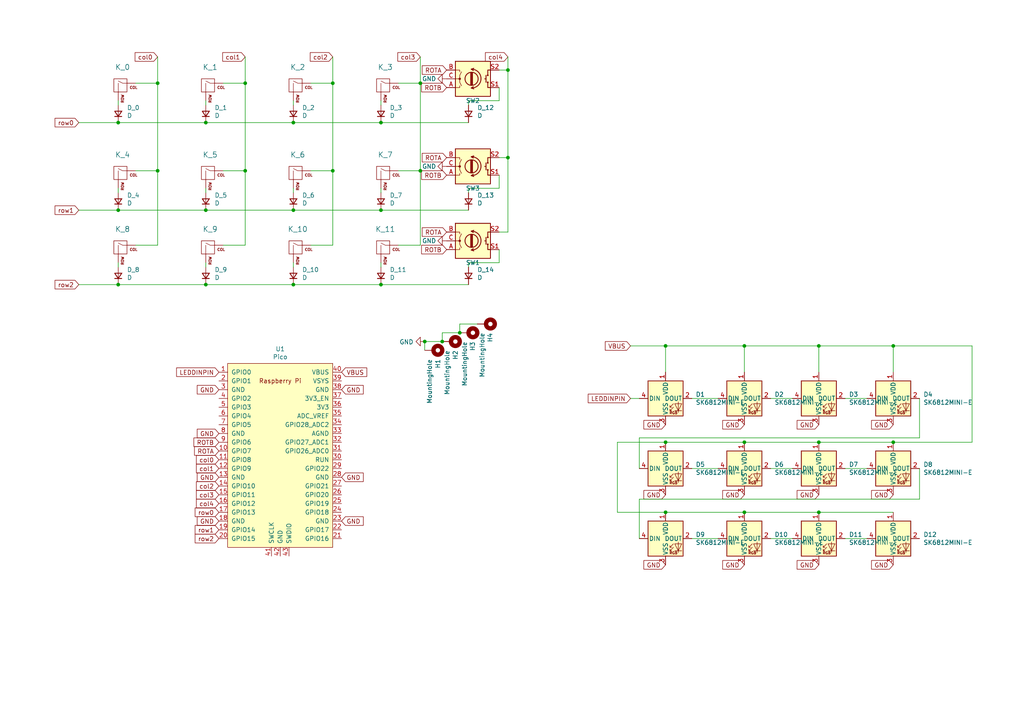
<source format=kicad_sch>
(kicad_sch (version 20211123) (generator eeschema)
  (paper "A4")
  (lib_symbols
    (symbol "Device:D_Small" (pin_numbers hide) (pin_names (offset 0.254) hide)
      (property "Reference" "D" (at -1.27 2.032 0))
      (property "Value" "D_Small" (at -3.81 -2.032 0))
      (symbol "D_Small_0_1"
        (polyline (pts (xy -0.762 -1.016) (xy -0.762 1.016)) (stroke (width 0.254)))
        (polyline (pts (xy -0.762 0) (xy 0.762 0)))
        (polyline (pts (xy 0.762 -1.016) (xy -0.762 0) (xy 0.762 1.016) (xy 0.762 -1.016)) (stroke (width 0.254)))
      )
      (symbol "D_Small_1_1"
        (pin passive line (at -2.54 0 0) (length 1.778) (name "K") (number "1"))
        (pin passive line (at 2.54 0 180) (length 1.778) (name "A") (number "2"))
      )
    )
    (symbol "EnvMCRO-rescue:Rotary_Encoder_Switch-Device" (pin_names (offset 0.254) hide)
      (property "Reference" "SW" (at 0 6.604 0))
      (property "Value" "Rotary_Encoder_Switch-Device" (at 0 -6.604 0))
      (symbol "Rotary_Encoder_Switch-Device_0_1"
        (rectangle (start -5.08 5.08) (end 5.08 -5.08) (stroke (width 0.254)) (fill (type background)))
        (circle (center -3.81 0) (radius 0.254) (fill (type outline)))
        (arc (start -0.381 -2.794) (mid 2.3622 -0.0508) (end -0.381 2.667) (stroke (width 0.254)))
        (circle (center -0.381 0) (radius 1.905) (stroke (width 0.254)))
        (polyline (pts (xy -0.635 -1.778) (xy -0.635 1.778)) (stroke (width 0.254)))
        (polyline (pts (xy -0.381 -1.778) (xy -0.381 1.778)) (stroke (width 0.254)))
        (polyline (pts (xy -0.127 1.778) (xy -0.127 -1.778)) (stroke (width 0.254)))
        (polyline (pts (xy 3.81 0) (xy 3.429 0)) (stroke (width 0.254)))
        (polyline (pts (xy 3.81 1.016) (xy 3.81 -1.016)) (stroke (width 0.254)))
        (polyline (pts (xy -5.08 -2.54) (xy -3.81 -2.54) (xy -3.81 -2.032)))
        (polyline (pts (xy -5.08 2.54) (xy -3.81 2.54) (xy -3.81 2.032)))
        (polyline (pts (xy 0.254 -3.048) (xy -0.508 -2.794) (xy 0.127 -2.413)) (stroke (width 0.254)))
        (polyline (pts (xy 0.254 2.921) (xy -0.508 2.667) (xy 0.127 2.286)) (stroke (width 0.254)))
        (polyline (pts (xy 5.08 -2.54) (xy 4.318 -2.54) (xy 4.318 -1.016)) (stroke (width 0.254)))
        (polyline (pts (xy 5.08 2.54) (xy 4.318 2.54) (xy 4.318 1.016)) (stroke (width 0.254)))
        (polyline (pts (xy -5.08 0) (xy -3.81 0) (xy -3.81 -1.016) (xy -3.302 -2.032)))
        (polyline (pts (xy -4.318 0) (xy -3.81 0) (xy -3.81 1.016) (xy -3.302 2.032)))
        (circle (center 4.318 -1.016) (radius 0.127) (stroke (width 0.254)))
        (circle (center 4.318 1.016) (radius 0.127) (stroke (width 0.254)))
      )
      (symbol "Rotary_Encoder_Switch-Device_1_1"
        (pin passive line (at -7.62 2.54 0) (length 2.54) (name "A") (number "A"))
        (pin passive line (at -7.62 -2.54 0) (length 2.54) (name "B") (number "B"))
        (pin passive line (at -7.62 0 0) (length 2.54) (name "C") (number "C"))
        (pin passive line (at 7.62 2.54 180) (length 2.54) (name "S1") (number "S1"))
        (pin passive line (at 7.62 -2.54 180) (length 2.54) (name "S2") (number "S2"))
      )
    )
    (symbol "MCU_RaspberryPi_and_Boards:Pico" (pin_names (offset 1.016))
      (property "Reference" "U" (at -13.97 27.94 0))
      (property "Value" "Pico" (at 0 19.05 0))
      (symbol "Pico_0_0"
        (text "Raspberry Pi" (at 0 21.59 0) (effects (font (size 1.27 1.27))))
      )
      (symbol "Pico_0_1"
        (rectangle (start -15.24 26.67) (end 15.24 -26.67) (fill (type background)))
      )
      (symbol "Pico_1_1"
        (pin bidirectional line (at -17.78 24.13 0) (length 2.54) (name "GPIO0") (number "1"))
        (pin bidirectional line (at -17.78 1.27 0) (length 2.54) (name "GPIO7") (number "10"))
        (pin bidirectional line (at -17.78 -1.27 0) (length 2.54) (name "GPIO8") (number "11"))
        (pin bidirectional line (at -17.78 -3.81 0) (length 2.54) (name "GPIO9") (number "12"))
        (pin power_in line (at -17.78 -6.35 0) (length 2.54) (name "GND") (number "13"))
        (pin bidirectional line (at -17.78 -8.89 0) (length 2.54) (name "GPIO10") (number "14"))
        (pin bidirectional line (at -17.78 -11.43 0) (length 2.54) (name "GPIO11") (number "15"))
        (pin bidirectional line (at -17.78 -13.97 0) (length 2.54) (name "GPIO12") (number "16"))
        (pin bidirectional line (at -17.78 -16.51 0) (length 2.54) (name "GPIO13") (number "17"))
        (pin power_in line (at -17.78 -19.05 0) (length 2.54) (name "GND") (number "18"))
        (pin bidirectional line (at -17.78 -21.59 0) (length 2.54) (name "GPIO14") (number "19"))
        (pin bidirectional line (at -17.78 21.59 0) (length 2.54) (name "GPIO1") (number "2"))
        (pin bidirectional line (at -17.78 -24.13 0) (length 2.54) (name "GPIO15") (number "20"))
        (pin bidirectional line (at 17.78 -24.13 180) (length 2.54) (name "GPIO16") (number "21"))
        (pin bidirectional line (at 17.78 -21.59 180) (length 2.54) (name "GPIO17") (number "22"))
        (pin power_in line (at 17.78 -19.05 180) (length 2.54) (name "GND") (number "23"))
        (pin bidirectional line (at 17.78 -16.51 180) (length 2.54) (name "GPIO18") (number "24"))
        (pin bidirectional line (at 17.78 -13.97 180) (length 2.54) (name "GPIO19") (number "25"))
        (pin bidirectional line (at 17.78 -11.43 180) (length 2.54) (name "GPIO20") (number "26"))
        (pin bidirectional line (at 17.78 -8.89 180) (length 2.54) (name "GPIO21") (number "27"))
        (pin power_in line (at 17.78 -6.35 180) (length 2.54) (name "GND") (number "28"))
        (pin bidirectional line (at 17.78 -3.81 180) (length 2.54) (name "GPIO22") (number "29"))
        (pin power_in line (at -17.78 19.05 0) (length 2.54) (name "GND") (number "3"))
        (pin input line (at 17.78 -1.27 180) (length 2.54) (name "RUN") (number "30"))
        (pin bidirectional line (at 17.78 1.27 180) (length 2.54) (name "GPIO26_ADC0") (number "31"))
        (pin bidirectional line (at 17.78 3.81 180) (length 2.54) (name "GPIO27_ADC1") (number "32"))
        (pin power_in line (at 17.78 6.35 180) (length 2.54) (name "AGND") (number "33"))
        (pin bidirectional line (at 17.78 8.89 180) (length 2.54) (name "GPIO28_ADC2") (number "34"))
        (pin unspecified line (at 17.78 11.43 180) (length 2.54) (name "ADC_VREF") (number "35"))
        (pin unspecified line (at 17.78 13.97 180) (length 2.54) (name "3V3") (number "36"))
        (pin input line (at 17.78 16.51 180) (length 2.54) (name "3V3_EN") (number "37"))
        (pin bidirectional line (at 17.78 19.05 180) (length 2.54) (name "GND") (number "38"))
        (pin unspecified line (at 17.78 21.59 180) (length 2.54) (name "VSYS") (number "39"))
        (pin bidirectional line (at -17.78 16.51 0) (length 2.54) (name "GPIO2") (number "4"))
        (pin unspecified line (at 17.78 24.13 180) (length 2.54) (name "VBUS") (number "40"))
        (pin input line (at -2.54 -29.21 90) (length 2.54) (name "SWCLK") (number "41"))
        (pin power_in line (at 0 -29.21 90) (length 2.54) (name "GND") (number "42"))
        (pin bidirectional line (at 2.54 -29.21 90) (length 2.54) (name "SWDIO") (number "43"))
        (pin bidirectional line (at -17.78 13.97 0) (length 2.54) (name "GPIO3") (number "5"))
        (pin bidirectional line (at -17.78 11.43 0) (length 2.54) (name "GPIO4") (number "6"))
        (pin bidirectional line (at -17.78 8.89 0) (length 2.54) (name "GPIO5") (number "7"))
        (pin power_in line (at -17.78 6.35 0) (length 2.54) (name "GND") (number "8"))
        (pin bidirectional line (at -17.78 3.81 0) (length 2.54) (name "GPIO6") (number "9"))
      )
    )
    (symbol "MX_Alps_Hybrid:MX-NoLED" (pin_names (offset 1.016))
      (property "Reference" "MX" (at -0.635 3.81 0))
      (property "Value" "MX-NoLED" (at -0.635 1.27 0))
      (symbol "MX-NoLED_0_0"
        (rectangle (start -2.54 2.54) (end 1.27 -1.27))
        (polyline (pts (xy -1.27 -1.27) (xy -1.27 1.27)) (stroke (width 0.127)))
        (polyline (pts (xy 1.27 1.27) (xy 0 1.27) (xy -1.27 1.905)) (stroke (width 0.127)))
        (text "COL" (at 3.175 0 0) (effects (font (size 0.762 0.762))))
        (text "ROW" (at 0 -1.905 900) (effects (font (size 0.762 0.762)) (justify right)))
      )
      (symbol "MX-NoLED_1_1"
        (pin passive line (at 3.81 1.27 180) (length 2.54) (name "COL") (number "1"))
        (pin passive line (at -1.27 -3.81 90) (length 2.54) (name "ROW") (number "2"))
      )
    )
    (symbol "Mechanical:MountingHole_Pad" (pin_numbers hide) (pin_names (offset 1.016) hide)
      (property "Reference" "H" (at 0 6.35 0))
      (property "Value" "MountingHole_Pad" (at 0 4.445 0))
      (symbol "MountingHole_Pad_0_1"
        (circle (center 0 1.27) (radius 1.27) (stroke (width 1.27)))
      )
      (symbol "MountingHole_Pad_1_1"
        (pin input line (at 0 -2.54 90) (length 2.54) (name "1") (number "1"))
      )
    )
    (symbol "kicad-keyboard-parts:SK6812MINI-E" (pin_names (offset 0.254))
      (property "Reference" "D" (at 5.08 5.715 0))
      (property "Value" "SK6812MINI-E" (at 1.27 -5.715 0))
      (symbol "SK6812MINI-E_0_0"
        (text "RGB" (at 2.286 -4.191 0) (effects (font (size 0.762 0.762))))
      )
      (symbol "SK6812MINI-E_0_1"
        (polyline (pts (xy 1.27 -3.556) (xy 1.778 -3.556)))
        (polyline (pts (xy 1.27 -2.54) (xy 1.778 -2.54)))
        (polyline (pts (xy 4.699 -3.556) (xy 2.667 -3.556)))
        (polyline (pts (xy 2.286 -2.54) (xy 1.27 -3.556) (xy 1.27 -3.048)))
        (polyline (pts (xy 2.286 -1.524) (xy 1.27 -2.54) (xy 1.27 -2.032)))
        (polyline (pts (xy 3.683 -1.016) (xy 3.683 -3.556) (xy 3.683 -4.064)))
        (polyline (pts (xy 4.699 -1.524) (xy 2.667 -1.524) (xy 3.683 -3.556) (xy 4.699 -1.524)))
        (rectangle (start 5.08 5.08) (end -5.08 -5.08) (stroke (width 0.254)) (fill (type background)))
      )
      (symbol "SK6812MINI-E_1_1"
        (pin power_in line (at 0 7.62 270) (length 2.54) (name "VDD") (number "1"))
        (pin output line (at 7.62 0 180) (length 2.54) (name "DOUT") (number "2"))
        (pin power_in line (at 0 -7.62 90) (length 2.54) (name "VSS") (number "3"))
        (pin input line (at -7.62 0 0) (length 2.54) (name "DIN") (number "4"))
      )
    )
    (symbol "power:GND" (power) (pin_names (offset 0))
      (property "Value" "GND" (at 0 -3.81 0))
      (symbol "GND_0_1"
        (polyline (pts (xy 0 0) (xy 0 -1.27) (xy 1.27 -1.27) (xy 0 -2.54) (xy -1.27 -1.27) (xy 0 -1.27)))
      )
      (symbol "GND_1_1"
        (pin power_in line (at 0 0 270) (length 0) hide (name "GND") (number "1"))
      )
    )
  )
  (junction (at 193.04 100.33))
  (junction (at 215.9 128.27))
  (junction (at 110.49 60.96))
  (junction (at 34.29 35.56))
  (junction (at 128.27 99.06))
  (junction (at 123.19 99.06))
  (junction (at 96.52 24.13))
  (junction (at 215.9 148.59))
  (junction (at 45.72 49.53))
  (junction (at 259.08 100.33))
  (junction (at 147.32 20.32))
  (junction (at 147.32 45.72))
  (junction (at 45.72 24.13))
  (junction (at 96.52 49.53))
  (junction (at 110.49 82.55))
  (junction (at 85.09 82.55))
  (junction (at 85.09 35.56))
  (junction (at 121.92 49.53))
  (junction (at 59.69 82.55))
  (junction (at 110.49 35.56))
  (junction (at 34.29 82.55))
  (junction (at 259.08 128.27))
  (junction (at 71.12 49.53))
  (junction (at 71.12 24.13))
  (junction (at 133.35 96.52))
  (junction (at 193.04 128.27))
  (junction (at 237.49 100.33))
  (junction (at 34.29 60.96))
  (junction (at 121.92 24.13))
  (junction (at 85.09 60.96))
  (junction (at 237.49 148.59))
  (junction (at 59.69 60.96))
  (junction (at 59.69 35.56))
  (junction (at 237.49 128.27))
  (junction (at 193.04 148.59))
  (junction (at 215.9 100.33))
  (wire (pts (xy 59.69 76.2) (xy 59.69 77.47)))
  (wire (pts (xy 121.92 71.12) (xy 121.92 49.53)))
  (wire (pts (xy 110.49 82.55) (xy 135.89 82.55)))
  (wire (pts (xy 128.27 99.06) (xy 128.27 96.52)))
  (wire (pts (xy 266.7 115.57) (xy 266.7 127)))
  (wire (pts (xy 34.29 29.21) (xy 34.29 30.48)))
  (wire (pts (xy 64.77 71.12) (xy 71.12 71.12)))
  (wire (pts (xy 110.49 29.21) (xy 110.49 30.48)))
  (wire (pts (xy 147.32 16.51) (xy 147.32 20.32)))
  (wire (pts (xy 237.49 100.33) (xy 259.08 100.33)))
  (wire (pts (xy 135.89 55.88) (xy 135.89 54.61)))
  (wire (pts (xy 85.09 35.56) (xy 110.49 35.56)))
  (wire (pts (xy 64.77 24.13) (xy 71.12 24.13)))
  (wire (pts (xy 200.66 135.89) (xy 208.28 135.89)))
  (wire (pts (xy 45.72 49.53) (xy 45.72 71.12)))
  (wire (pts (xy 245.11 115.57) (xy 251.46 115.57)))
  (wire (pts (xy 71.12 16.51) (xy 71.12 24.13)))
  (wire (pts (xy 90.17 49.53) (xy 96.52 49.53)))
  (wire (pts (xy 193.04 148.59) (xy 215.9 148.59)))
  (wire (pts (xy 123.19 101.6) (xy 123.19 99.06)))
  (wire (pts (xy 135.89 29.21) (xy 144.78 29.21)))
  (wire (pts (xy 59.69 35.56) (xy 85.09 35.56)))
  (wire (pts (xy 245.11 135.89) (xy 251.46 135.89)))
  (wire (pts (xy 237.49 148.59) (xy 259.08 148.59)))
  (wire (pts (xy 85.09 54.61) (xy 85.09 55.88)))
  (wire (pts (xy 85.09 29.21) (xy 85.09 30.48)))
  (wire (pts (xy 59.69 82.55) (xy 85.09 82.55)))
  (wire (pts (xy 215.9 100.33) (xy 237.49 100.33)))
  (wire (pts (xy 110.49 35.56) (xy 135.89 35.56)))
  (wire (pts (xy 266.7 127) (xy 185.42 127)))
  (wire (pts (xy 59.69 29.21) (xy 59.69 30.48)))
  (wire (pts (xy 39.37 24.13) (xy 45.72 24.13)))
  (wire (pts (xy 193.04 100.33) (xy 193.04 107.95)))
  (wire (pts (xy 281.94 100.33) (xy 281.94 128.27)))
  (wire (pts (xy 259.08 128.27) (xy 281.94 128.27)))
  (wire (pts (xy 96.52 16.51) (xy 96.52 24.13)))
  (wire (pts (xy 121.92 16.51) (xy 121.92 24.13)))
  (wire (pts (xy 59.69 60.96) (xy 85.09 60.96)))
  (wire (pts (xy 34.29 60.96) (xy 59.69 60.96)))
  (wire (pts (xy 128.27 96.52) (xy 133.35 96.52)))
  (wire (pts (xy 193.04 128.27) (xy 215.9 128.27)))
  (wire (pts (xy 182.88 100.33) (xy 193.04 100.33)))
  (wire (pts (xy 215.9 128.27) (xy 237.49 128.27)))
  (wire (pts (xy 96.52 24.13) (xy 96.52 49.53)))
  (wire (pts (xy 215.9 100.33) (xy 215.9 107.95)))
  (wire (pts (xy 245.11 156.21) (xy 251.46 156.21)))
  (wire (pts (xy 110.49 76.2) (xy 110.49 77.47)))
  (wire (pts (xy 147.32 20.32) (xy 147.32 45.72)))
  (wire (pts (xy 85.09 60.96) (xy 110.49 60.96)))
  (wire (pts (xy 110.49 60.96) (xy 135.89 60.96)))
  (wire (pts (xy 39.37 49.53) (xy 45.72 49.53)))
  (wire (pts (xy 144.78 67.31) (xy 147.32 67.31)))
  (wire (pts (xy 34.29 82.55) (xy 59.69 82.55)))
  (wire (pts (xy 179.07 128.27) (xy 179.07 148.59)))
  (wire (pts (xy 215.9 148.59) (xy 237.49 148.59)))
  (wire (pts (xy 185.42 144.78) (xy 185.42 156.21)))
  (wire (pts (xy 22.86 60.96) (xy 34.29 60.96)))
  (wire (pts (xy 259.08 100.33) (xy 259.08 107.95)))
  (wire (pts (xy 266.7 144.78) (xy 185.42 144.78)))
  (wire (pts (xy 259.08 100.33) (xy 281.94 100.33)))
  (wire (pts (xy 39.37 71.12) (xy 45.72 71.12)))
  (wire (pts (xy 115.57 24.13) (xy 121.92 24.13)))
  (wire (pts (xy 90.17 71.12) (xy 96.52 71.12)))
  (wire (pts (xy 200.66 156.21) (xy 208.28 156.21)))
  (wire (pts (xy 115.57 71.12) (xy 121.92 71.12)))
  (wire (pts (xy 147.32 45.72) (xy 147.32 67.31)))
  (wire (pts (xy 135.89 76.2) (xy 144.78 76.2)))
  (wire (pts (xy 85.09 82.55) (xy 110.49 82.55)))
  (wire (pts (xy 179.07 128.27) (xy 193.04 128.27)))
  (wire (pts (xy 144.78 54.61) (xy 144.78 50.8)))
  (wire (pts (xy 182.88 115.57) (xy 185.42 115.57)))
  (wire (pts (xy 266.7 135.89) (xy 266.7 144.78)))
  (wire (pts (xy 45.72 24.13) (xy 45.72 49.53)))
  (wire (pts (xy 237.49 128.27) (xy 259.08 128.27)))
  (wire (pts (xy 115.57 49.53) (xy 121.92 49.53)))
  (wire (pts (xy 200.66 115.57) (xy 208.28 115.57)))
  (wire (pts (xy 223.52 135.89) (xy 229.87 135.89)))
  (wire (pts (xy 59.69 54.61) (xy 59.69 55.88)))
  (wire (pts (xy 34.29 35.56) (xy 59.69 35.56)))
  (wire (pts (xy 45.72 16.51) (xy 45.72 24.13)))
  (wire (pts (xy 179.07 148.59) (xy 193.04 148.59)))
  (wire (pts (xy 193.04 100.33) (xy 215.9 100.33)))
  (wire (pts (xy 22.86 82.55) (xy 34.29 82.55)))
  (wire (pts (xy 22.86 35.56) (xy 34.29 35.56)))
  (wire (pts (xy 144.78 45.72) (xy 147.32 45.72)))
  (wire (pts (xy 135.89 77.47) (xy 135.89 76.2)))
  (wire (pts (xy 237.49 100.33) (xy 237.49 107.95)))
  (wire (pts (xy 64.77 49.53) (xy 71.12 49.53)))
  (wire (pts (xy 144.78 29.21) (xy 144.78 25.4)))
  (wire (pts (xy 85.09 76.2) (xy 85.09 77.47)))
  (wire (pts (xy 71.12 71.12) (xy 71.12 49.53)))
  (wire (pts (xy 133.35 93.98) (xy 138.43 93.98)))
  (wire (pts (xy 144.78 20.32) (xy 147.32 20.32)))
  (wire (pts (xy 144.78 76.2) (xy 144.78 72.39)))
  (wire (pts (xy 135.89 30.48) (xy 135.89 29.21)))
  (wire (pts (xy 123.19 99.06) (xy 128.27 99.06)))
  (wire (pts (xy 121.92 24.13) (xy 121.92 49.53)))
  (wire (pts (xy 90.17 24.13) (xy 96.52 24.13)))
  (wire (pts (xy 133.35 96.52) (xy 133.35 93.98)))
  (wire (pts (xy 223.52 115.57) (xy 229.87 115.57)))
  (wire (pts (xy 71.12 24.13) (xy 71.12 49.53)))
  (wire (pts (xy 34.29 76.2) (xy 34.29 77.47)))
  (wire (pts (xy 185.42 127) (xy 185.42 135.89)))
  (wire (pts (xy 96.52 71.12) (xy 96.52 49.53)))
  (wire (pts (xy 223.52 156.21) (xy 229.87 156.21)))
  (wire (pts (xy 135.89 54.61) (xy 144.78 54.61)))
  (wire (pts (xy 110.49 54.61) (xy 110.49 55.88)))
  (wire (pts (xy 34.29 54.61) (xy 34.29 55.88)))
  (global_label "GND" (shape input) (at 63.5 113.03 180) (property "Intersheet References" "${INTERSHEET_REFS}" (effects hide)))
  (global_label "ROTA" (shape input) (at 129.54 45.72 180) (property "Intersheet References" "${INTERSHEET_REFS}" (effects hide)))
  (global_label "col3" (shape input) (at 63.5 143.51 180) (property "Intersheet References" "${INTERSHEET_REFS}" (effects hide)))
  (global_label "VBUS" (shape input) (at 182.88 100.33 180) (property "Intersheet References" "${INTERSHEET_REFS}" (effects hide)))
  (global_label "GND" (shape input) (at 215.9 143.51 180) (property "Intersheet References" "${INTERSHEET_REFS}" (effects hide)))
  (global_label "ROTB" (shape input) (at 129.54 25.4 180) (property "Intersheet References" "${INTERSHEET_REFS}" (effects hide)))
  (global_label "col1" (shape input) (at 63.5 135.89 180) (property "Intersheet References" "${INTERSHEET_REFS}" (effects hide)))
  (global_label "col2" (shape input) (at 63.5 140.97 180) (property "Intersheet References" "${INTERSHEET_REFS}" (effects hide)))
  (global_label "row0" (shape input) (at 63.5 148.59 180) (property "Intersheet References" "${INTERSHEET_REFS}" (effects hide)))
  (global_label "row1" (shape input) (at 63.5 153.67 180) (property "Intersheet References" "${INTERSHEET_REFS}" (effects hide)))
  (global_label "col0" (shape input) (at 45.72 16.51 180) (property "Intersheet References" "${INTERSHEET_REFS}" (effects hide)))
  (global_label "GND" (shape input) (at 99.06 113.03 0) (property "Intersheet References" "${INTERSHEET_REFS}" (effects hide)))
  (global_label "ROTB" (shape input) (at 129.54 50.8 180) (property "Intersheet References" "${INTERSHEET_REFS}" (effects hide)))
  (global_label "ROTB" (shape input) (at 129.54 72.39 180) (property "Intersheet References" "${INTERSHEET_REFS}" (effects hide)))
  (global_label "col3" (shape input) (at 121.92 16.51 180) (property "Intersheet References" "${INTERSHEET_REFS}" (effects hide)))
  (global_label "LEDDINPIN" (shape input) (at 182.88 115.57 180) (property "Intersheet References" "${INTERSHEET_REFS}" (effects hide)))
  (global_label "GND" (shape input) (at 215.9 163.83 180) (property "Intersheet References" "${INTERSHEET_REFS}" (effects hide)))
  (global_label "ROTA" (shape input) (at 129.54 67.31 180) (property "Intersheet References" "${INTERSHEET_REFS}" (effects hide)))
  (global_label "GND" (shape input) (at 259.08 143.51 180) (property "Intersheet References" "${INTERSHEET_REFS}" (effects hide)))
  (global_label "row0" (shape input) (at 22.86 35.56 180) (property "Intersheet References" "${INTERSHEET_REFS}" (effects hide)))
  (global_label "GND" (shape input) (at 63.5 125.73 180) (property "Intersheet References" "${INTERSHEET_REFS}" (effects hide)))
  (global_label "col4" (shape input) (at 63.5 146.05 180) (property "Intersheet References" "${INTERSHEET_REFS}" (effects hide)))
  (global_label "GND" (shape input) (at 215.9 123.19 180) (property "Intersheet References" "${INTERSHEET_REFS}" (effects hide)))
  (global_label "row2" (shape input) (at 22.86 82.55 180) (property "Intersheet References" "${INTERSHEET_REFS}" (effects hide)))
  (global_label "row1" (shape input) (at 22.86 60.96 180) (property "Intersheet References" "${INTERSHEET_REFS}" (effects hide)))
  (global_label "LEDDINPIN" (shape input) (at 63.5 107.95 180) (property "Intersheet References" "${INTERSHEET_REFS}" (effects hide)))
  (global_label "GND" (shape input) (at 259.08 123.19 180) (property "Intersheet References" "${INTERSHEET_REFS}" (effects hide)))
  (global_label "ROTA" (shape input) (at 63.5 130.81 180) (property "Intersheet References" "${INTERSHEET_REFS}" (effects hide)))
  (global_label "GND" (shape input) (at 237.49 163.83 180) (property "Intersheet References" "${INTERSHEET_REFS}" (effects hide)))
  (global_label "GND" (shape input) (at 237.49 143.51 180) (property "Intersheet References" "${INTERSHEET_REFS}" (effects hide)))
  (global_label "col1" (shape input) (at 71.12 16.51 180) (property "Intersheet References" "${INTERSHEET_REFS}" (effects hide)))
  (global_label "row2" (shape input) (at 63.5 156.21 180) (property "Intersheet References" "${INTERSHEET_REFS}" (effects hide)))
  (global_label "GND" (shape input) (at 237.49 123.19 180) (property "Intersheet References" "${INTERSHEET_REFS}" (effects hide)))
  (global_label "GND" (shape input) (at 99.06 138.43 0) (property "Intersheet References" "${INTERSHEET_REFS}" (effects hide)))
  (global_label "GND" (shape input) (at 63.5 151.13 180) (property "Intersheet References" "${INTERSHEET_REFS}" (effects hide)))
  (global_label "GND" (shape input) (at 99.06 151.13 0) (property "Intersheet References" "${INTERSHEET_REFS}" (effects hide)))
  (global_label "col2" (shape input) (at 96.52 16.51 180) (property "Intersheet References" "${INTERSHEET_REFS}" (effects hide)))
  (global_label "GND" (shape input) (at 193.04 123.19 180) (property "Intersheet References" "${INTERSHEET_REFS}" (effects hide)))
  (global_label "ROTA" (shape input) (at 129.54 20.32 180) (property "Intersheet References" "${INTERSHEET_REFS}" (effects hide)))
  (global_label "col4" (shape input) (at 147.32 16.51 180) (property "Intersheet References" "${INTERSHEET_REFS}" (effects hide)))
  (global_label "GND" (shape input) (at 193.04 163.83 180) (property "Intersheet References" "${INTERSHEET_REFS}" (effects hide)))
  (global_label "VBUS" (shape input) (at 99.06 107.95 0) (property "Intersheet References" "${INTERSHEET_REFS}" (effects hide)))
  (global_label "ROTB" (shape input) (at 63.5 128.27 180) (property "Intersheet References" "${INTERSHEET_REFS}" (effects hide)))
  (global_label "GND" (shape input) (at 259.08 163.83 180) (property "Intersheet References" "${INTERSHEET_REFS}" (effects hide)))
  (global_label "GND" (shape input) (at 63.5 138.43 180) (property "Intersheet References" "${INTERSHEET_REFS}" (effects hide)))
  (global_label "col0" (shape input) (at 63.5 133.35 180) (property "Intersheet References" "${INTERSHEET_REFS}" (effects hide)))
  (global_label "GND" (shape input) (at 193.04 143.51 180) (property "Intersheet References" "${INTERSHEET_REFS}" (effects hide)))
  (symbol (lib_id "MX_Alps_Hybrid:MX-NoLED") (at 35.56 25.4 0) (unit 1)
    (property "Reference" "K_0" (at 35.56 19.4818 0) (effects (font (size 1.524 1.524))))
    (property "Value" "KEYSW" (effects hide))
    (property "Footprint" "mx_ulp:Cherry_MX_ULP" (effects hide))
  )
  (symbol (lib_id "Device:D_Small") (at 59.69 33.02 90) (unit 1)
    (property "Reference" "D_1" (at 62.23 31.242 90) (effects (justify right)))
    (property "Value" "D" (at 62.23 33.528 90) (effects (justify right)))
    (property "Footprint" "Diode_THT:D_DO-35_SOD27_P7.62mm_Horizontal" (effects hide))
  )
  (symbol (lib_id "MX_Alps_Hybrid:MX-NoLED") (at 60.96 25.4 0) (unit 1)
    (property "Reference" "K_1" (at 60.96 19.4818 0) (effects (font (size 1.524 1.524))))
    (property "Value" "KEYSW" (effects hide))
    (property "Footprint" "mx_ulp:Cherry_MX_ULP" (effects hide))
  )
  (symbol (lib_id "Device:D_Small") (at 85.09 33.02 90) (unit 1)
    (property "Reference" "D_2" (at 87.63 31.242 90) (effects (justify right)))
    (property "Value" "D" (at 87.63 33.528 90) (effects (justify right)))
    (property "Footprint" "Diode_THT:D_DO-35_SOD27_P7.62mm_Horizontal" (effects hide))
  )
  (symbol (lib_id "MX_Alps_Hybrid:MX-NoLED") (at 86.36 25.4 0) (unit 1)
    (property "Reference" "K_2" (at 86.36 19.4818 0) (effects (font (size 1.524 1.524))))
    (property "Value" "KEYSW" (effects hide))
    (property "Footprint" "mx_ulp:Cherry_MX_ULP" (effects hide))
  )
  (symbol (lib_id "Device:D_Small") (at 110.49 33.02 90) (unit 1)
    (property "Reference" "D_3" (at 113.03 31.242 90) (effects (justify right)))
    (property "Value" "D" (at 113.03 33.528 90) (effects (justify right)))
    (property "Footprint" "Diode_THT:D_DO-35_SOD27_P7.62mm_Horizontal" (effects hide))
  )
  (symbol (lib_id "MX_Alps_Hybrid:MX-NoLED") (at 111.76 25.4 0) (unit 1)
    (property "Reference" "K_3" (at 111.76 19.4818 0) (effects (font (size 1.524 1.524))))
    (property "Value" "KEYSW" (effects hide))
    (property "Footprint" "mx_ulp:Cherry_MX_ULP" (effects hide))
  )
  (symbol (lib_id "Device:D_Small") (at 34.29 58.42 90) (unit 1)
    (property "Reference" "D_4" (at 36.83 56.642 90) (effects (justify right)))
    (property "Value" "D" (at 36.83 58.928 90) (effects (justify right)))
    (property "Footprint" "Diode_THT:D_DO-35_SOD27_P7.62mm_Horizontal" (effects hide))
  )
  (symbol (lib_id "MX_Alps_Hybrid:MX-NoLED") (at 35.56 50.8 0) (unit 1)
    (property "Reference" "K_4" (at 35.56 44.8818 0) (effects (font (size 1.524 1.524))))
    (property "Value" "KEYSW" (effects hide))
    (property "Footprint" "mx_ulp:Cherry_MX_ULP" (effects hide))
  )
  (symbol (lib_id "Device:D_Small") (at 59.69 58.42 90) (unit 1)
    (property "Reference" "D_5" (at 62.23 56.642 90) (effects (justify right)))
    (property "Value" "D" (at 62.23 58.928 90) (effects (justify right)))
    (property "Footprint" "Diode_THT:D_DO-35_SOD27_P7.62mm_Horizontal" (effects hide))
  )
  (symbol (lib_id "MX_Alps_Hybrid:MX-NoLED") (at 60.96 50.8 0) (unit 1)
    (property "Reference" "K_5" (at 60.96 44.8818 0) (effects (font (size 1.524 1.524))))
    (property "Value" "KEYSW" (effects hide))
    (property "Footprint" "mx_ulp:Cherry_MX_ULP" (effects hide))
  )
  (symbol (lib_id "Device:D_Small") (at 85.09 58.42 90) (unit 1)
    (property "Reference" "D_6" (at 87.63 56.642 90) (effects (justify right)))
    (property "Value" "D" (at 87.63 58.928 90) (effects (justify right)))
    (property "Footprint" "Diode_THT:D_DO-35_SOD27_P7.62mm_Horizontal" (effects hide))
  )
  (symbol (lib_id "MX_Alps_Hybrid:MX-NoLED") (at 86.36 50.8 0) (unit 1)
    (property "Reference" "K_6" (at 86.36 44.8818 0) (effects (font (size 1.524 1.524))))
    (property "Value" "KEYSW" (effects hide))
    (property "Footprint" "mx_ulp:Cherry_MX_ULP" (effects hide))
  )
  (symbol (lib_id "Device:D_Small") (at 110.49 58.42 90) (unit 1)
    (property "Reference" "D_7" (at 113.03 56.642 90) (effects (justify right)))
    (property "Value" "D" (at 113.03 58.928 90) (effects (justify right)))
    (property "Footprint" "Diode_THT:D_DO-35_SOD27_P7.62mm_Horizontal" (effects hide))
  )
  (symbol (lib_id "MX_Alps_Hybrid:MX-NoLED") (at 111.76 50.8 0) (unit 1)
    (property "Reference" "K_7" (at 111.76 44.8818 0) (effects (font (size 1.524 1.524))))
    (property "Value" "KEYSW" (effects hide))
    (property "Footprint" "mx_ulp:Cherry_MX_ULP" (effects hide))
  )
  (symbol (lib_id "Device:D_Small") (at 34.29 80.01 90) (unit 1)
    (property "Reference" "D_8" (at 36.83 78.232 90) (effects (justify right)))
    (property "Value" "D" (at 36.83 80.518 90) (effects (justify right)))
    (property "Footprint" "Diode_THT:D_DO-35_SOD27_P7.62mm_Horizontal" (effects hide))
  )
  (symbol (lib_id "MX_Alps_Hybrid:MX-NoLED") (at 35.56 72.39 0) (unit 1)
    (property "Reference" "K_8" (at 35.56 66.4718 0) (effects (font (size 1.524 1.524))))
    (property "Value" "KEYSW" (effects hide))
    (property "Footprint" "mx_ulp:Cherry_MX_ULP" (effects hide))
  )
  (symbol (lib_id "Device:D_Small") (at 59.69 80.01 90) (unit 1)
    (property "Reference" "D_9" (at 62.23 78.232 90) (effects (justify right)))
    (property "Value" "D" (at 62.23 80.518 90) (effects (justify right)))
    (property "Footprint" "Diode_THT:D_DO-35_SOD27_P7.62mm_Horizontal" (effects hide))
  )
  (symbol (lib_id "MX_Alps_Hybrid:MX-NoLED") (at 60.96 72.39 0) (unit 1)
    (property "Reference" "K_9" (at 60.96 66.4718 0) (effects (font (size 1.524 1.524))))
    (property "Value" "KEYSW" (effects hide))
    (property "Footprint" "mx_ulp:Cherry_MX_ULP" (effects hide))
  )
  (symbol (lib_id "Device:D_Small") (at 85.09 80.01 90) (unit 1)
    (property "Reference" "D_10" (at 87.63 78.232 90) (effects (justify right)))
    (property "Value" "D" (at 87.63 80.518 90) (effects (justify right)))
    (property "Footprint" "Diode_THT:D_DO-35_SOD27_P7.62mm_Horizontal" (effects hide))
  )
  (symbol (lib_id "MX_Alps_Hybrid:MX-NoLED") (at 86.36 72.39 0) (unit 1)
    (property "Reference" "K_10" (at 86.36 66.4718 0) (effects (font (size 1.524 1.524))))
    (property "Value" "KEYSW" (effects hide))
    (property "Footprint" "mx_ulp:Cherry_MX_ULP" (effects hide))
  )
  (symbol (lib_id "Device:D_Small") (at 110.49 80.01 90) (unit 1)
    (property "Reference" "D_11" (at 113.03 78.232 90) (effects (justify right)))
    (property "Value" "D" (at 113.03 80.518 90) (effects (justify right)))
    (property "Footprint" "Diode_THT:D_DO-35_SOD27_P7.62mm_Horizontal" (effects hide))
  )
  (symbol (lib_id "MX_Alps_Hybrid:MX-NoLED") (at 111.76 72.39 0) (unit 1)
    (property "Reference" "K_11" (at 111.76 66.4718 0) (effects (font (size 1.524 1.524))))
    (property "Value" "KEYSW" (effects hide))
    (property "Footprint" "mx_ulp:Cherry_MX_ULP" (effects hide))
  )
  (symbol (lib_id "MCU_RaspberryPi_and_Boards:Pico") (at 81.28 132.08 0) (unit 1)
    (property "Reference" "U1" (at 81.28 101.219 0))
    (property "Value" "Pico" (at 81.28 103.5304 0))
    (property "Footprint" "MCU_RaspberryPi_and_Boards:RPi_Pico_SMD_TH" (effects hide))
  )
  (symbol (lib_id "Mechanical:MountingHole_Pad") (at 125.73 101.6 270) (unit 1)
    (property "Reference" "H1" (at 127 104.14 0) (effects (justify left)))
    (property "Value" "MountingHole" (at 124.587 104.14 0) (effects (justify left)))
    (property "Footprint" "MountingHole:MountingHole_2.2mm_M2_Pad" (effects hide))
  )
  (symbol (lib_id "Mechanical:MountingHole_Pad") (at 130.81 99.06 270) (unit 1)
    (property "Reference" "H2" (at 132.08 101.6 0) (effects (justify left)))
    (property "Value" "MountingHole" (at 129.667 101.6 0) (effects (justify left)))
    (property "Footprint" "MountingHole:MountingHole_2.2mm_M2_Pad" (effects hide))
  )
  (symbol (lib_id "Mechanical:MountingHole_Pad") (at 135.89 96.52 270) (unit 1)
    (property "Reference" "H3" (at 137.0584 99.06 0) (effects (justify left)))
    (property "Value" "MountingHole" (at 134.747 99.06 0) (effects (justify left)))
    (property "Footprint" "MountingHole:MountingHole_2.2mm_M2_Pad" (effects hide))
  )
  (symbol (lib_id "Mechanical:MountingHole_Pad") (at 140.97 93.98 270) (unit 1)
    (property "Reference" "H4" (at 142.1384 96.52 0) (effects (justify left)))
    (property "Value" "MountingHole" (at 139.827 96.52 0) (effects (justify left)))
    (property "Footprint" "MountingHole:MountingHole_2.2mm_M2_Pad" (effects hide))
  )
  (symbol (lib_id "kicad-keyboard-parts:SK6812MINI-E") (at 193.04 115.57 0) (unit 1)
    (property "Reference" "D1" (at 201.7776 114.4016 0) (effects (justify left)))
    (property "Value" "SK6812MINI-E" (at 201.7776 116.713 0) (effects (justify left)))
    (property "Footprint" "sk6812mini:MX_SK6812MINI-E_REV" (effects hide))
    (property "Datasheet" "https://cdn-shop.adafruit.com/product-files/2686/SK6812MINI_REV.01-1-2.pdf" (effects hide))
  )
  (symbol (lib_id "kicad-keyboard-parts:SK6812MINI-E") (at 215.9 115.57 0) (unit 1)
    (property "Reference" "D2" (at 224.6376 114.4016 0) (effects (justify left)))
    (property "Value" "SK6812MINI-E" (at 224.6376 116.713 0) (effects (justify left)))
    (property "Footprint" "sk6812mini:MX_SK6812MINI-E_REV" (effects hide))
    (property "Datasheet" "https://cdn-shop.adafruit.com/product-files/2686/SK6812MINI_REV.01-1-2.pdf" (effects hide))
  )
  (symbol (lib_id "kicad-keyboard-parts:SK6812MINI-E") (at 237.49 115.57 0) (unit 1)
    (property "Reference" "D3" (at 246.2276 114.4016 0) (effects (justify left)))
    (property "Value" "SK6812MINI-E" (at 246.2276 116.713 0) (effects (justify left)))
    (property "Footprint" "sk6812mini:MX_SK6812MINI-E_REV" (effects hide))
    (property "Datasheet" "https://cdn-shop.adafruit.com/product-files/2686/SK6812MINI_REV.01-1-2.pdf" (effects hide))
  )
  (symbol (lib_id "kicad-keyboard-parts:SK6812MINI-E") (at 259.08 115.57 0) (unit 1)
    (property "Reference" "D4" (at 267.8176 114.4016 0) (effects (justify left)))
    (property "Value" "SK6812MINI-E" (at 267.8176 116.713 0) (effects (justify left)))
    (property "Footprint" "sk6812mini:MX_SK6812MINI-E_REV" (effects hide))
    (property "Datasheet" "https://cdn-shop.adafruit.com/product-files/2686/SK6812MINI_REV.01-1-2.pdf" (effects hide))
  )
  (symbol (lib_id "kicad-keyboard-parts:SK6812MINI-E") (at 193.04 135.89 0) (unit 1)
    (property "Reference" "D5" (at 201.7776 134.7216 0) (effects (justify left)))
    (property "Value" "SK6812MINI-E" (at 201.7776 137.033 0) (effects (justify left)))
    (property "Footprint" "sk6812mini:MX_SK6812MINI-E_REV" (effects hide))
    (property "Datasheet" "https://cdn-shop.adafruit.com/product-files/2686/SK6812MINI_REV.01-1-2.pdf" (effects hide))
  )
  (symbol (lib_id "kicad-keyboard-parts:SK6812MINI-E") (at 215.9 135.89 0) (unit 1)
    (property "Reference" "D6" (at 224.6376 134.7216 0) (effects (justify left)))
    (property "Value" "SK6812MINI-E" (at 224.6376 137.033 0) (effects (justify left)))
    (property "Footprint" "sk6812mini:MX_SK6812MINI-E_REV" (effects hide))
    (property "Datasheet" "https://cdn-shop.adafruit.com/product-files/2686/SK6812MINI_REV.01-1-2.pdf" (effects hide))
  )
  (symbol (lib_id "kicad-keyboard-parts:SK6812MINI-E") (at 237.49 135.89 0) (unit 1)
    (property "Reference" "D7" (at 246.2276 134.7216 0) (effects (justify left)))
    (property "Value" "SK6812MINI-E" (at 246.2276 137.033 0) (effects (justify left)))
    (property "Footprint" "sk6812mini:MX_SK6812MINI-E_REV" (effects hide))
    (property "Datasheet" "https://cdn-shop.adafruit.com/product-files/2686/SK6812MINI_REV.01-1-2.pdf" (effects hide))
  )
  (symbol (lib_id "kicad-keyboard-parts:SK6812MINI-E") (at 259.08 135.89 0) (unit 1)
    (property "Reference" "D8" (at 267.8176 134.7216 0) (effects (justify left)))
    (property "Value" "SK6812MINI-E" (at 267.8176 137.033 0) (effects (justify left)))
    (property "Footprint" "sk6812mini:MX_SK6812MINI-E_REV" (effects hide))
    (property "Datasheet" "https://cdn-shop.adafruit.com/product-files/2686/SK6812MINI_REV.01-1-2.pdf" (effects hide))
  )
  (symbol (lib_id "kicad-keyboard-parts:SK6812MINI-E") (at 193.04 156.21 0) (unit 1)
    (property "Reference" "D9" (at 201.7776 155.0416 0) (effects (justify left)))
    (property "Value" "SK6812MINI-E" (at 201.7776 157.353 0) (effects (justify left)))
    (property "Footprint" "sk6812mini:MX_SK6812MINI-E_REV" (effects hide))
    (property "Datasheet" "https://cdn-shop.adafruit.com/product-files/2686/SK6812MINI_REV.01-1-2.pdf" (effects hide))
  )
  (symbol (lib_id "kicad-keyboard-parts:SK6812MINI-E") (at 215.9 156.21 0) (unit 1)
    (property "Reference" "D10" (at 224.6376 155.0416 0) (effects (justify left)))
    (property "Value" "SK6812MINI-E" (at 224.6376 157.353 0) (effects (justify left)))
    (property "Footprint" "sk6812mini:MX_SK6812MINI-E_REV" (effects hide))
    (property "Datasheet" "https://cdn-shop.adafruit.com/product-files/2686/SK6812MINI_REV.01-1-2.pdf" (effects hide))
  )
  (symbol (lib_id "kicad-keyboard-parts:SK6812MINI-E") (at 237.49 156.21 0) (unit 1)
    (property "Reference" "D11" (at 246.2276 155.0416 0) (effects (justify left)))
    (property "Value" "SK6812MINI-E" (at 246.2276 157.353 0) (effects (justify left)))
    (property "Footprint" "sk6812mini:MX_SK6812MINI-E_REV" (effects hide))
    (property "Datasheet" "https://cdn-shop.adafruit.com/product-files/2686/SK6812MINI_REV.01-1-2.pdf" (effects hide))
  )
  (symbol (lib_id "kicad-keyboard-parts:SK6812MINI-E") (at 259.08 156.21 0) (unit 1)
    (property "Reference" "D12" (at 267.8176 155.0416 0) (effects (justify left)))
    (property "Value" "SK6812MINI-E" (at 267.8176 157.353 0) (effects (justify left)))
    (property "Footprint" "sk6812mini:MX_SK6812MINI-E_REV" (effects hide))
    (property "Datasheet" "https://cdn-shop.adafruit.com/product-files/2686/SK6812MINI_REV.01-1-2.pdf" (effects hide))
  )
  (symbol (lib_id "Device:D_Small") (at 135.89 80.01 90) (unit 1)
    (property "Reference" "D_14" (at 138.43 78.232 90) (effects (justify right)))
    (property "Value" "D" (at 138.43 80.518 90) (effects (justify right)))
    (property "Footprint" "Diode_THT:D_DO-35_SOD27_P7.62mm_Horizontal" (effects hide))
  )
  (symbol (lib_id "Device:D_Small") (at 135.89 58.42 90) (unit 1)
    (property "Reference" "D_13" (at 138.43 56.642 90) (effects (justify right)))
    (property "Value" "D" (at 138.43 58.928 90) (effects (justify right)))
    (property "Footprint" "Diode_THT:D_DO-35_SOD27_P7.62mm_Horizontal" (effects hide))
  )
  (symbol (lib_id "Device:D_Small") (at 135.89 33.02 90) (unit 1)
    (property "Reference" "D_12" (at 138.43 31.242 90) (effects (justify right)))
    (property "Value" "D" (at 138.43 33.528 90) (effects (justify right)))
    (property "Footprint" "Diode_THT:D_DO-35_SOD27_P7.62mm_Horizontal" (effects hide))
  )
  (symbol (lib_id "EnvMCRO-rescue:Rotary_Encoder_Switch-Device") (at 137.16 69.85 0) (mirror x) (unit 1)
    (property "Reference" "SW1" (at 137.16 76.2 0))
    (property "Value" "Rotary_Encoder_Switch" (effects hide))
    (property "Footprint" "Rotary_Encoder:RotaryEncoder_Alps_EC12E-Switch_Vertical_H20mm" (effects hide))
  )
  (symbol (lib_id "power:GND") (at 129.54 69.85 270) (unit 1)
    (property "Reference" "#PWR0101" (effects hide))
    (property "Value" "GND" (at 124.46 69.85 90))
  )
  (symbol (lib_id "EnvMCRO-rescue:Rotary_Encoder_Switch-Device") (at 137.16 48.26 0) (mirror x) (unit 1)
    (property "Reference" "SW3" (at 137.16 54.61 0))
    (property "Value" "Rotary_Encoder_Switch" (effects hide))
    (property "Footprint" "Rotary_Encoder:RotaryEncoder_Alps_EC12E-Switch_Vertical_H20mm" (effects hide))
  )
  (symbol (lib_id "power:GND") (at 129.54 48.26 270) (unit 1)
    (property "Reference" "#PWR0102" (effects hide))
    (property "Value" "GND" (at 124.46 48.26 90))
  )
  (symbol (lib_id "EnvMCRO-rescue:Rotary_Encoder_Switch-Device") (at 137.16 22.86 0) (mirror x) (unit 1)
    (property "Reference" "SW2" (at 137.16 29.21 0))
    (property "Value" "Rotary_Encoder_Switch" (effects hide))
    (property "Footprint" "Rotary_Encoder:RotaryEncoder_Alps_EC12E-Switch_Vertical_H20mm" (effects hide))
  )
  (symbol (lib_id "power:GND") (at 129.54 22.86 270) (unit 1)
    (property "Reference" "#PWR0103" (effects hide))
    (property "Value" "GND" (at 124.46 22.86 90))
  )
  (symbol (lib_id "power:GND") (at 123.19 99.06 270) (unit 1)
    (property "Reference" "#PWR0104" (effects hide))
    (property "Value" "GND" (at 119.9388 99.187 90) (effects (justify right)))
  )
  (symbol (lib_id "Device:D_Small") (at 34.29 33.02 90) (unit 1)
    (property "Reference" "D_0" (at 36.83 31.242 90) (effects (justify right)))
    (property "Value" "D" (at 36.83 33.528 90) (effects (justify right)))
    (property "Footprint" "Diode_THT:D_DO-35_SOD27_P7.62mm_Horizontal" (effects hide))
  )
)
</source>
